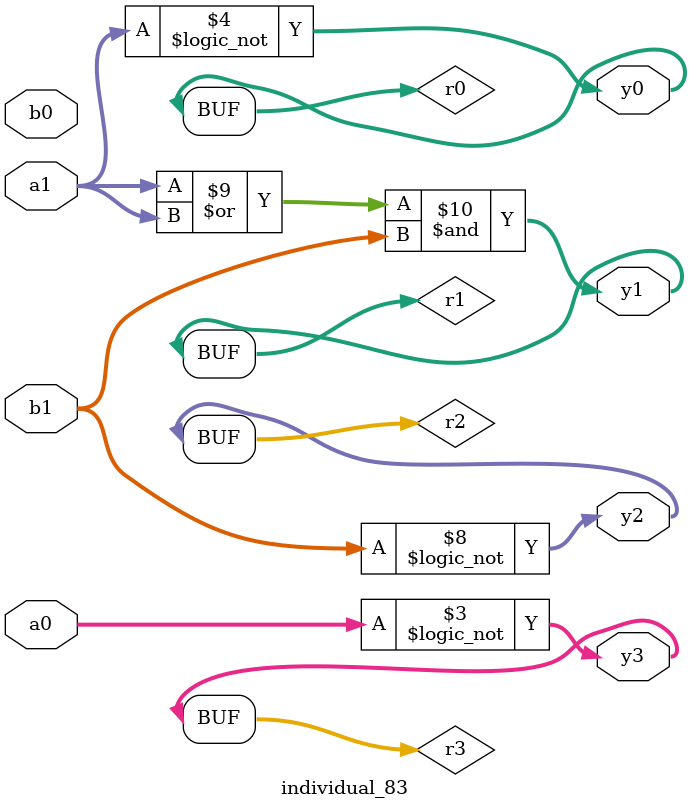
<source format=sv>
module individual_83(input logic [15:0] a1, input logic [15:0] a0, input logic [15:0] b1, input logic [15:0] b0, output logic [15:0] y3, output logic [15:0] y2, output logic [15:0] y1, output logic [15:0] y0);
logic [15:0] r0, r1, r2, r3; 
 always@(*) begin 
	 r0 = a0; r1 = a1; r2 = b0; r3 = b1; 
 	 r0  ^=  a0 ;
 	 r3 = ! a0 ;
 	 r0 = ! r1 ;
 	 r2  ^=  b0 ;
 	 r2  ^=  r2 ;
 	 r2 = ! a0 ;
 	 r2 = ! b1 ;
 	 r1  |=  a1 ;
 	 r1  &=  b1 ;
 	 y3 = r3; y2 = r2; y1 = r1; y0 = r0; 
end
endmodule
</source>
